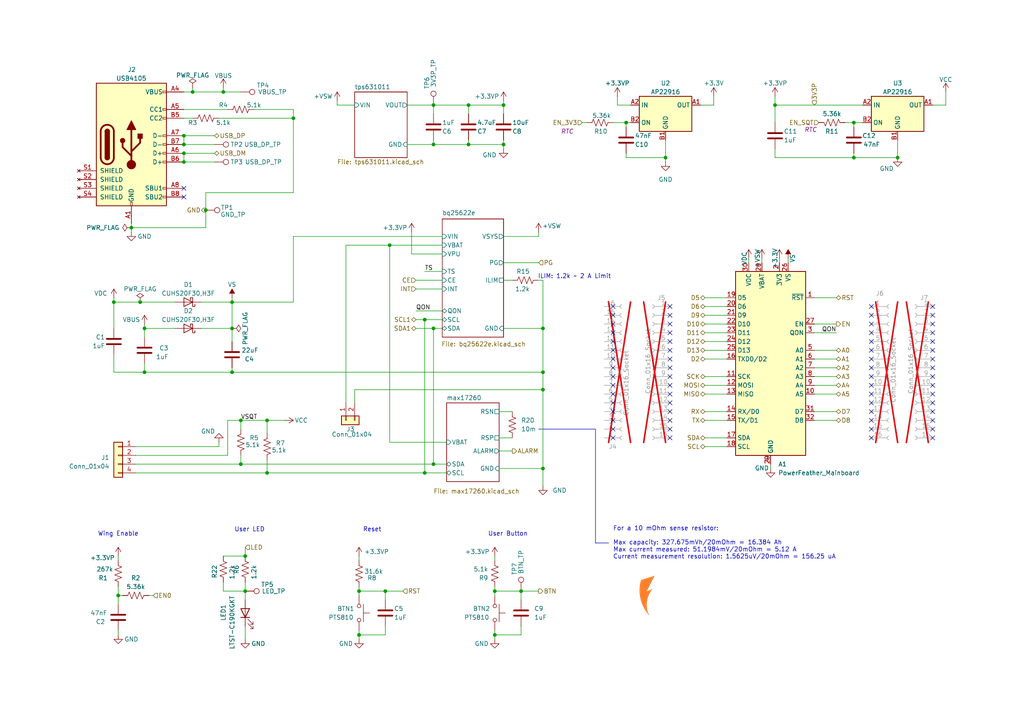
<source format=kicad_sch>
(kicad_sch (version 20231120) (generator "eeschema") (generator_version "8.0")
  (paper "A4")
  (junction (at 59.69 60.96))
  (junction (at 125.73 134.62))
  (junction (at 104.14 184.15))
  (junction (at 69.85 134.62))
  (junction (at 113.03 71.12))
  (junction (at 64.77 26.67))
  (junction (at 247.65 35.56))
  (junction (at 53.34 46.99))
  (junction (at 85.09 34.29))
  (junction (at 34.29 172.72))
  (junction (at 135.89 30.48))
  (junction (at 146.05 30.48))
  (junction (at 41.91 95.25))
  (junction (at 77.47 137.16))
  (junction (at 135.89 41.91))
  (junction (at 77.47 121.92))
  (junction (at 40.64 87.63))
  (junction (at 67.31 87.63))
  (junction (at 123.19 137.16))
  (junction (at 157.48 135.89))
  (junction (at 69.85 121.92))
  (junction (at 123.19 92.71))
  (junction (at 53.34 44.45))
  (junction (at 125.73 95.25))
  (junction (at 157.48 113.03))
  (junction (at 157.48 107.95))
  (junction (at 111.76 171.45))
  (junction (at 193.04 45.72))
  (junction (at 181.61 35.56))
  (junction (at 224.79 30.48))
  (junction (at 143.51 184.15))
  (junction (at 247.65 45.72))
  (junction (at 157.48 95.25))
  (junction (at 55.88 26.67))
  (junction (at 151.13 171.45))
  (junction (at 260.35 45.72))
  (junction (at 125.73 30.48))
  (junction (at 41.91 107.95))
  (junction (at 53.34 39.37))
  (junction (at 33.02 87.63))
  (junction (at 125.73 41.91))
  (junction (at 53.34 41.91))
  (junction (at 38.1 66.04))
  (junction (at 71.12 161.29))
  (junction (at 143.51 171.45))
  (junction (at 67.31 107.95))
  (junction (at 71.12 171.45))
  (junction (at 67.31 95.25))
  (junction (at 146.05 41.91))
  (junction (at 104.14 171.45))
  (no_connect (at 194.31 91.44))
  (no_connect (at 177.8 101.6))
  (no_connect (at 194.31 88.9))
  (no_connect (at 252.73 119.38))
  (no_connect (at 252.73 101.6))
  (no_connect (at 194.31 114.3))
  (no_connect (at 177.8 88.9))
  (no_connect (at 177.8 109.22))
  (no_connect (at 252.73 116.84))
  (no_connect (at 177.8 114.3))
  (no_connect (at 177.8 104.14))
  (no_connect (at 177.8 93.98))
  (no_connect (at 177.8 121.92))
  (no_connect (at 177.8 119.38))
  (no_connect (at 270.51 88.9))
  (no_connect (at 270.51 99.06))
  (no_connect (at 194.31 127))
  (no_connect (at 270.51 116.84))
  (no_connect (at 270.51 124.46))
  (no_connect (at 252.73 121.92))
  (no_connect (at 270.51 96.52))
  (no_connect (at 194.31 104.14))
  (no_connect (at 194.31 96.52))
  (no_connect (at 270.51 91.44))
  (no_connect (at 194.31 124.46))
  (no_connect (at 194.31 106.68))
  (no_connect (at 194.31 121.92))
  (no_connect (at 270.51 101.6))
  (no_connect (at 194.31 111.76))
  (no_connect (at 194.31 116.84))
  (no_connect (at 177.8 111.76))
  (no_connect (at 252.73 106.68))
  (no_connect (at 270.51 106.68))
  (no_connect (at 194.31 109.22))
  (no_connect (at 252.73 88.9))
  (no_connect (at 177.8 99.06))
  (no_connect (at 194.31 119.38))
  (no_connect (at 252.73 93.98))
  (no_connect (at 252.73 91.44))
  (no_connect (at 194.31 99.06))
  (no_connect (at 194.31 93.98))
  (no_connect (at 270.51 109.22))
  (no_connect (at 177.8 116.84))
  (no_connect (at 252.73 114.3))
  (no_connect (at 53.34 54.61))
  (no_connect (at 270.51 104.14))
  (no_connect (at 270.51 127))
  (no_connect (at 177.8 96.52))
  (no_connect (at 53.34 57.15))
  (no_connect (at 270.51 111.76))
  (no_connect (at 270.51 119.38))
  (no_connect (at 177.8 127))
  (no_connect (at 177.8 91.44))
  (no_connect (at 252.73 104.14))
  (no_connect (at 270.51 114.3))
  (no_connect (at 252.73 109.22))
  (no_connect (at 252.73 127))
  (no_connect (at 194.31 101.6))
  (no_connect (at 252.73 96.52))
  (no_connect (at 270.51 121.92))
  (no_connect (at 252.73 124.46))
  (no_connect (at 252.73 99.06))
  (no_connect (at 252.73 111.76))
  (no_connect (at 177.8 124.46))
  (no_connect (at 270.51 93.98))
  (no_connect (at 177.8 106.68))
  (wire (pts (xy 129.54 137.16) (xy 123.19 137.16)))
  (wire (pts (xy 146.05 81.28) (xy 148.59 81.28)))
  (wire (pts (xy 146.05 30.48) (xy 146.05 33.02)))
  (wire (pts (xy 157.48 107.95) (xy 157.48 113.03)))
  (wire (pts (xy 120.65 83.82) (xy 128.27 83.82)))
  (wire (pts (xy 181.61 45.72) (xy 193.04 45.72)))
  (wire (pts (xy 53.34 34.29) (xy 55.88 34.29)))
  (wire (pts (xy 242.57 121.92) (xy 236.22 121.92)))
  (wire (pts (xy 59.69 60.96) (xy 59.69 66.04)))
  (wire (pts (xy 144.78 127) (xy 148.59 127)))
  (wire (pts (xy 100.33 116.84) (xy 100.33 71.12)))
  (wire (pts (xy 38.1 66.04) (xy 38.1 67.31)))
  (wire (pts (xy 66.04 121.92) (xy 69.85 121.92)))
  (wire (pts (xy 69.85 134.62) (xy 125.73 134.62)))
  (wire (pts (xy 67.31 86.36) (xy 67.31 87.63)))
  (wire (pts (xy 104.14 171.45) (xy 104.14 172.72)))
  (wire (pts (xy 242.57 93.98) (xy 236.22 93.98)))
  (wire (pts (xy 181.61 35.56) (xy 181.61 36.83)))
  (wire (pts (xy 242.57 109.22) (xy 236.22 109.22)))
  (wire (pts (xy 181.61 44.45) (xy 181.61 45.72)))
  (wire (pts (xy 104.14 182.88) (xy 104.14 184.15)))
  (wire (pts (xy 146.05 40.64) (xy 146.05 41.91)))
  (wire (pts (xy 146.05 41.91) (xy 146.05 43.18)))
  (wire (pts (xy 33.02 107.95) (xy 41.91 107.95)))
  (wire (pts (xy 34.29 184.15) (xy 34.29 182.88)))
  (wire (pts (xy 58.42 95.25) (xy 67.31 95.25)))
  (wire (pts (xy 41.91 105.41) (xy 41.91 107.95)))
  (wire (pts (xy 179.07 30.48) (xy 182.88 30.48)))
  (wire (pts (xy 223.52 134.62) (xy 223.52 135.89)))
  (wire (pts (xy 77.47 121.92) (xy 69.85 121.92)))
  (wire (pts (xy 34.29 161.29) (xy 34.29 162.56)))
  (wire (pts (xy 224.79 30.48) (xy 224.79 35.56)))
  (wire (pts (xy 67.31 87.63) (xy 67.31 95.25)))
  (wire (pts (xy 104.14 171.45) (xy 111.76 171.45)))
  (wire (pts (xy 247.65 35.56) (xy 247.65 36.83)))
  (wire (pts (xy 226.06 74.93) (xy 226.06 76.2)))
  (wire (pts (xy 224.79 27.94) (xy 224.79 30.48)))
  (wire (pts (xy 119.38 67.31) (xy 119.38 73.66)))
  (wire (pts (xy 204.47 109.22) (xy 210.82 109.22)))
  (wire (pts (xy 151.13 184.15) (xy 143.51 184.15)))
  (wire (pts (xy 38.1 66.04) (xy 38.1 64.77)))
  (wire (pts (xy 193.04 40.64) (xy 193.04 45.72)))
  (wire (pts (xy 67.31 106.68) (xy 67.31 107.95)))
  (wire (pts (xy 120.65 95.25) (xy 125.73 95.25)))
  (wire (pts (xy 71.12 158.75) (xy 71.12 161.29)))
  (wire (pts (xy 193.04 46.99) (xy 193.04 45.72)))
  (wire (pts (xy 224.79 45.72) (xy 247.65 45.72)))
  (wire (pts (xy 67.31 95.25) (xy 67.31 99.06)))
  (wire (pts (xy 67.31 107.95) (xy 157.48 107.95)))
  (wire (pts (xy 242.57 101.6) (xy 236.22 101.6)))
  (wire (pts (xy 53.34 44.45) (xy 62.23 44.45)))
  (wire (pts (xy 34.29 172.72) (xy 35.56 172.72)))
  (wire (pts (xy 104.14 185.42) (xy 104.14 184.15)))
  (wire (pts (xy 77.47 137.16) (xy 39.37 137.16)))
  (wire (pts (xy 102.87 113.03) (xy 157.48 113.03)))
  (wire (pts (xy 242.57 96.52) (xy 236.22 96.52)))
  (wire (pts (xy 64.77 25.4) (xy 64.77 26.67)))
  (wire (pts (xy 204.47 111.76) (xy 210.82 111.76)))
  (wire (pts (xy 43.18 172.72) (xy 44.45 172.72)))
  (wire (pts (xy 204.47 86.36) (xy 210.82 86.36)))
  (wire (pts (xy 64.77 161.29) (xy 71.12 161.29)))
  (wire (pts (xy 204.47 101.6) (xy 210.82 101.6)))
  (polyline (pts (xy 172.72 157.48) (xy 176.53 157.48)))
  (wire (pts (xy 143.51 171.45) (xy 151.13 171.45)))
  (wire (pts (xy 143.51 170.18) (xy 143.51 171.45)))
  (wire (pts (xy 111.76 171.45) (xy 111.76 173.99)))
  (wire (pts (xy 53.34 44.45) (xy 53.34 46.99)))
  (wire (pts (xy 270.51 30.48) (xy 274.32 30.48)))
  (wire (pts (xy 85.09 55.88) (xy 59.69 55.88)))
  (wire (pts (xy 125.73 134.62) (xy 125.73 95.25)))
  (wire (pts (xy 53.34 46.99) (xy 62.23 46.99)))
  (wire (pts (xy 123.19 92.71) (xy 128.27 92.71)))
  (wire (pts (xy 118.11 30.48) (xy 125.73 30.48)))
  (wire (pts (xy 224.79 43.18) (xy 224.79 45.72)))
  (wire (pts (xy 41.91 107.95) (xy 67.31 107.95)))
  (wire (pts (xy 146.05 41.91) (xy 135.89 41.91)))
  (wire (pts (xy 260.35 40.64) (xy 260.35 45.72)))
  (wire (pts (xy 143.51 184.15) (xy 143.51 185.42)))
  (wire (pts (xy 242.57 106.68) (xy 236.22 106.68)))
  (wire (pts (xy 242.57 111.76) (xy 236.22 111.76)))
  (wire (pts (xy 129.54 128.27) (xy 113.03 128.27)))
  (wire (pts (xy 125.73 95.25) (xy 128.27 95.25)))
  (wire (pts (xy 247.65 44.45) (xy 247.65 45.72)))
  (wire (pts (xy 157.48 81.28) (xy 157.48 95.25)))
  (wire (pts (xy 144.78 130.81) (xy 148.59 130.81)))
  (wire (pts (xy 177.8 35.56) (xy 181.61 35.56)))
  (wire (pts (xy 181.61 35.56) (xy 182.88 35.56)))
  (polyline (pts (xy 156.21 124.46) (xy 172.72 124.46)))
  (wire (pts (xy 250.19 35.56) (xy 247.65 35.56)))
  (wire (pts (xy 247.65 45.72) (xy 260.35 45.72)))
  (wire (pts (xy 69.85 124.46) (xy 69.85 121.92)))
  (wire (pts (xy 123.19 78.74) (xy 128.27 78.74)))
  (wire (pts (xy 113.03 71.12) (xy 128.27 71.12)))
  (wire (pts (xy 146.05 95.25) (xy 157.48 95.25)))
  (wire (pts (xy 204.47 127) (xy 210.82 127)))
  (wire (pts (xy 228.6 74.93) (xy 228.6 76.2)))
  (wire (pts (xy 242.57 86.36) (xy 236.22 86.36)))
  (wire (pts (xy 97.79 29.21) (xy 97.79 30.48)))
  (wire (pts (xy 38.1 66.04) (xy 59.69 66.04)))
  (wire (pts (xy 40.64 87.63) (xy 50.8 87.63)))
  (wire (pts (xy 242.57 104.14) (xy 236.22 104.14)))
  (wire (pts (xy 41.91 93.98) (xy 41.91 95.25)))
  (wire (pts (xy 120.65 90.17) (xy 128.27 90.17)))
  (wire (pts (xy 39.37 134.62) (xy 69.85 134.62)))
  (wire (pts (xy 113.03 128.27) (xy 113.03 71.12)))
  (wire (pts (xy 104.14 161.29) (xy 104.14 162.56)))
  (wire (pts (xy 33.02 86.36) (xy 33.02 87.63)))
  (wire (pts (xy 135.89 30.48) (xy 135.89 33.02)))
  (wire (pts (xy 104.14 170.18) (xy 104.14 171.45)))
  (wire (pts (xy 85.09 34.29) (xy 85.09 55.88)))
  (wire (pts (xy 64.77 171.45) (xy 71.12 171.45)))
  (wire (pts (xy 33.02 102.87) (xy 33.02 107.95)))
  (wire (pts (xy 242.57 119.38) (xy 236.22 119.38)))
  (wire (pts (xy 63.5 34.29) (xy 85.09 34.29)))
  (wire (pts (xy 111.76 184.15) (xy 104.14 184.15)))
  (wire (pts (xy 123.19 137.16) (xy 123.19 92.71)))
  (wire (pts (xy 242.57 114.3) (xy 236.22 114.3)))
  (wire (pts (xy 128.27 73.66) (xy 119.38 73.66)))
  (wire (pts (xy 77.47 133.35) (xy 77.47 137.16)))
  (wire (pts (xy 120.65 81.28) (xy 128.27 81.28)))
  (wire (pts (xy 120.65 92.71) (xy 123.19 92.71)))
  (wire (pts (xy 97.79 30.48) (xy 102.87 30.48)))
  (wire (pts (xy 146.05 29.21) (xy 146.05 30.48)))
  (wire (pts (xy 204.47 104.14) (xy 210.82 104.14)))
  (wire (pts (xy 125.73 30.48) (xy 135.89 30.48)))
  (wire (pts (xy 77.47 121.92) (xy 82.55 121.92)))
  (wire (pts (xy 71.12 168.91) (xy 71.12 171.45)))
  (wire (pts (xy 71.12 185.42) (xy 71.12 181.61)))
  (wire (pts (xy 204.47 93.98) (xy 210.82 93.98)))
  (wire (pts (xy 100.33 71.12) (xy 113.03 71.12)))
  (wire (pts (xy 204.47 114.3) (xy 210.82 114.3)))
  (wire (pts (xy 144.78 135.89) (xy 157.48 135.89)))
  (polyline (pts (xy 172.72 124.46) (xy 172.72 157.48)))
  (wire (pts (xy 53.34 39.37) (xy 62.23 39.37)))
  (wire (pts (xy 102.87 113.03) (xy 102.87 116.84)))
  (wire (pts (xy 207.01 30.48) (xy 207.01 27.94)))
  (wire (pts (xy 135.89 41.91) (xy 135.89 40.64)))
  (wire (pts (xy 157.48 135.89) (xy 157.48 140.97)))
  (wire (pts (xy 34.29 172.72) (xy 34.29 175.26)))
  (wire (pts (xy 146.05 76.2) (xy 156.21 76.2)))
  (wire (pts (xy 151.13 171.45) (xy 156.21 171.45)))
  (wire (pts (xy 58.42 87.63) (xy 67.31 87.63)))
  (wire (pts (xy 69.85 134.62) (xy 69.85 132.08)))
  (wire (pts (xy 59.69 55.88) (xy 59.69 60.96)))
  (wire (pts (xy 274.32 26.67) (xy 274.32 30.48)))
  (wire (pts (xy 66.04 132.08) (xy 39.37 132.08)))
  (wire (pts (xy 156.21 81.28) (xy 157.48 81.28)))
  (wire (pts (xy 247.65 35.56) (xy 245.11 35.56)))
  (wire (pts (xy 125.73 40.64) (xy 125.73 41.91)))
  (wire (pts (xy 118.11 41.91) (xy 125.73 41.91)))
  (wire (pts (xy 111.76 171.45) (xy 116.84 171.45)))
  (wire (pts (xy 55.88 25.4) (xy 55.88 26.67)))
  (wire (pts (xy 204.47 91.44) (xy 210.82 91.44)))
  (wire (pts (xy 55.88 26.67) (xy 64.77 26.67)))
  (wire (pts (xy 34.29 170.18) (xy 34.29 172.72)))
  (wire (pts (xy 66.04 132.08) (xy 66.04 121.92)))
  (wire (pts (xy 53.34 39.37) (xy 53.34 41.91)))
  (wire (pts (xy 53.34 31.75) (xy 66.04 31.75)))
  (wire (pts (xy 53.34 41.91) (xy 62.23 41.91)))
  (wire (pts (xy 64.77 168.91) (xy 64.77 171.45)))
  (wire (pts (xy 220.98 74.93) (xy 220.98 76.2)))
  (wire (pts (xy 143.51 171.45) (xy 143.51 172.72)))
  (wire (pts (xy 77.47 125.73) (xy 77.47 121.92)))
  (wire (pts (xy 146.05 30.48) (xy 135.89 30.48)))
  (wire (pts (xy 144.78 119.38) (xy 148.59 119.38)))
  (wire (pts (xy 125.73 30.48) (xy 125.73 33.02)))
  (wire (pts (xy 203.2 30.48) (xy 207.01 30.48)))
  (wire (pts (xy 73.66 31.75) (xy 85.09 31.75)))
  (wire (pts (xy 204.47 99.06) (xy 210.82 99.06)))
  (wire (pts (xy 146.05 68.58) (xy 156.21 68.58)))
  (wire (pts (xy 204.47 96.52) (xy 210.82 96.52)))
  (wire (pts (xy 77.47 137.16) (xy 123.19 137.16)))
  (wire (pts (xy 204.47 119.38) (xy 210.82 119.38)))
  (wire (pts (xy 63.5 129.54) (xy 39.37 129.54)))
  (wire (pts (xy 217.17 74.93) (xy 217.17 76.2)))
  (wire (pts (xy 111.76 181.61) (xy 111.76 184.15)))
  (wire (pts (xy 71.12 171.45) (xy 71.12 173.99)))
  (wire (pts (xy 53.34 26.67) (xy 55.88 26.67)))
  (wire (pts (xy 179.07 30.48) (xy 179.07 27.94)))
  (wire (pts (xy 41.91 95.25) (xy 41.91 97.79)))
  (wire (pts (xy 33.02 87.63) (xy 33.02 95.25)))
  (wire (pts (xy 64.77 26.67) (xy 69.85 26.67)))
  (wire (pts (xy 151.13 171.45) (xy 151.13 173.99)))
  (wire (pts (xy 157.48 113.03) (xy 157.48 135.89)))
  (wire (pts (xy 85.09 87.63) (xy 67.31 87.63)))
  (wire (pts (xy 63.5 129.54) (xy 63.5 128.27)))
  (wire (pts (xy 143.51 161.29) (xy 143.51 162.56)))
  (wire (pts (xy 129.54 134.62) (xy 125.73 134.62)))
  (wire (pts (xy 168.91 35.56) (xy 170.18 35.56)))
  (wire (pts (xy 125.73 41.91) (xy 135.89 41.91)))
  (wire (pts (xy 204.47 88.9) (xy 210.82 88.9)))
  (wire (pts (xy 156.21 67.31) (xy 156.21 68.58)))
  (wire (pts (xy 41.91 95.25) (xy 50.8 95.25)))
  (wire (pts (xy 151.13 181.61) (xy 151.13 184.15)))
  (wire (pts (xy 157.48 95.25) (xy 157.48 107.95)))
  (wire (pts (xy 204.47 129.54) (xy 210.82 129.54)))
  (wire (pts (xy 204.47 121.92) (xy 210.82 121.92)))
  (wire (pts (xy 143.51 182.88) (xy 143.51 184.15)))
  (wire (pts (xy 85.09 68.58) (xy 85.09 87.63)))
  (wire (pts (xy 85.09 31.75) (xy 85.09 34.29)))
  (wire (pts (xy 250.19 30.48) (xy 224.79 30.48)))
  (wire (pts (xy 33.02 87.63) (xy 40.64 87.63)))
  (wire (pts (xy 85.09 68.58) (xy 128.27 68.58)))
  (image (at 187.96 172.72) (scale 0.0917897))
  (text "For a 10 mOhm sense resistor:\n\nMax capacity: 327.675mVh/20mOhm = 16.384 Ah\nMax current measured: 51.1984mV/20mOhm = 5.12 A\nCurrent measurement resolution: 1.5625uV/20mOhm = 156.25 uA" (at 177.8 157.48 0) (effects (font (size 1.27 1.27)) (justify left)))
  (text "Reset" (at 107.95 153.67 0) (effects (font (size 1.27 1.27))))
  (text "Wing Enable" (at 34.29 154.94 0) (effects (font (size 1.27 1.27))))
  (text "User LED" (at 72.39 153.67 0) (effects (font (size 1.27 1.27))))
  (text "User Button" (at 147.32 154.94 0) (effects (font (size 1.27 1.27))))
  (text "ILIM: 1.2k ~ 2 A Limit" (at 166.624 80.264 0) (effects (font (size 1.27 1.27))))
  (label "QON" (at 242.57 96.52 180))
  (label "VSQT" (at 69.85 121.92 0))
  (label "QON" (at 120.65 90.17 0))
  (label "TS" (at 123.19 78.74 0))
  (hierarchical_label "SCL" (shape bidirectional) (at 204.47 129.54 180))
  (hierarchical_label "SCL1" (shape bidirectional) (at 120.65 92.71 180))
  (hierarchical_label "EN0" (shape input) (at 44.45 172.72 0))
  (hierarchical_label "MOSI" (shape bidirectional) (at 204.47 111.76 180))
  (hierarchical_label "A5" (shape bidirectional) (at 242.57 114.3 0))
  (hierarchical_label "TX" (shape bidirectional) (at 204.47 121.92 180))
  (hierarchical_label "D9" (shape bidirectional) (at 204.47 91.44 180))
  (hierarchical_label "INT" (shape input) (at 120.65 83.82 180))
  (hierarchical_label "EN_SQT" (shape input) (at 237.49 35.56 180) (property "Comment" "RTC" (at 236.982 37.592 0) (effects (font (italic yes)) (justify right))))
  (hierarchical_label "ALARM" (shape output) (at 148.59 130.81 0))
  (hierarchical_label "D2" (shape bidirectional) (at 204.47 104.14 180))
  (hierarchical_label "SCK" (shape bidirectional) (at 204.47 109.22 180))
  (hierarchical_label "D7" (shape bidirectional) (at 242.57 119.38 0))
  (hierarchical_label "BTN" (shape output) (at 156.21 171.45 0))
  (hierarchical_label "SDA1" (shape bidirectional) (at 120.65 95.25 180))
  (hierarchical_label "A4" (shape bidirectional) (at 242.57 111.76 0))
  (hierarchical_label "A2" (shape bidirectional) (at 242.57 106.68 0))
  (hierarchical_label "RST" (shape bidirectional) (at 242.57 86.36 0))
  (hierarchical_label "3V3P" (shape input) (at 236.22 30.48 90))
  (hierarchical_label "A3" (shape bidirectional) (at 242.57 109.22 0))
  (hierarchical_label "SDA" (shape bidirectional) (at 204.47 127 180))
  (hierarchical_label "A0" (shape bidirectional) (at 242.57 101.6 0))
  (hierarchical_label "EN" (shape output) (at 242.57 93.98 0))
  (hierarchical_label "D10" (shape bidirectional) (at 204.47 93.98 180))
  (hierarchical_label "MISO" (shape bidirectional) (at 204.47 114.3 180))
  (hierarchical_label "USB_DM" (shape bidirectional) (at 62.23 44.45 0))
  (hierarchical_label "RST" (shape input) (at 116.84 171.45 0))
  (hierarchical_label "D13" (shape bidirectional) (at 204.47 101.6 180))
  (hierarchical_label "A1" (shape bidirectional) (at 242.57 104.14 0))
  (hierarchical_label "CE" (shape input) (at 120.65 81.28 180))
  (hierarchical_label "D11" (shape bidirectional) (at 204.47 96.52 180))
  (hierarchical_label "USB_DP" (shape bidirectional) (at 62.23 39.37 0))
  (hierarchical_label "D8" (shape bidirectional) (at 242.57 121.92 0))
  (hierarchical_label "D12" (shape bidirectional) (at 204.47 99.06 180))
  (hierarchical_label "LED" (shape input) (at 71.12 158.75 0))
  (hierarchical_label "GND" (shape output) (at 59.69 60.96 180))
  (hierarchical_label "EN_3V3" (shape input) (at 168.91 35.56 180) (property "Comment" "RTC" (at 166.37 38.1 0) (effects (font (italic yes)) (justify right))))
  (hierarchical_label "D5" (shape bidirectional) (at 204.47 86.36 180))
  (hierarchical_label "PG" (shape input) (at 156.21 76.2 0))
  (hierarchical_label "RX" (shape bidirectional) (at 204.47 119.38 180))
  (hierarchical_label "D6" (shape bidirectional) (at 204.47 88.9 180))
  (symbol (lib_id "power:PWR_FLAG") (at 67.31 95.25 270) (unit 1)
    (property "Reference" "#FLG04" (effects (hide yes)))
    (property "Value" "PWR_FLAG" (at 71.12 95.25 0))
  )
  (symbol (lib_id "Device:R_US") (at 173.99 35.56 90) (unit 1)
    (property "Reference" "R10" (at 174.244 38.1 90))
    (property "Value" "5.36k" (at 174.498 33.528 90))
    (property "Footprint" "Resistor_SMD:R_0402_1005Metric" (effects (hide yes)))
    (property "Datasheet" "https://www.mouser.ph/datasheet/2/447/PYu_RT_1_to_0_01_RoHS_L_12-3003070.pdf" (effects (hide yes)))
    (property "MPN" "603-RT0402BRD075K36L" (effects (hide yes)))
  )
  (symbol (lib_id "power:PWR_FLAG") (at 55.88 25.4 0) (unit 1)
    (property "Reference" "#FLG03" (effects (hide yes)))
    (property "Value" "PWR_FLAG" (at 55.88 21.844 0))
  )
  (symbol (lib_id "power:GND") (at 223.52 135.89 0) (unit 1)
    (property "Reference" "#PWR026" (effects (hide yes)))
    (property "Value" "GND" (at 220.98 135.763 0))
  )
  (symbol (lib_id "power:GND") (at 71.12 185.42 0) (unit 1)
    (property "Reference" "#PWR09" (effects (hide yes)))
    (property "Value" "GND" (at 74.93 186.69 0))
  )
  (symbol (lib_id "Device:R_US") (at 39.37 172.72 90) (unit 1)
    (property "Reference" "R2" (at 39.37 167.64 90))
    (property "Value" "5.36k" (at 39.37 170.18 90))
    (property "Footprint" "Resistor_SMD:R_0402_1005Metric" (effects (hide yes)))
    (property "Datasheet" "https://www.mouser.ph/datasheet/2/447/PYu_RT_1_to_0_01_RoHS_L_12-3003070.pdf" (effects (hide yes)))
    (property "MPN" "603-RT0402BRD075K36L" (effects (hide yes)))
  )
  (symbol (lib_id "power:VCC") (at 82.55 121.92 270) (unit 1)
    (property "Reference" "#PWR010" (effects (hide yes)))
    (property "Value" "VCC" (at 87.376 121.92 90))
    (property "Description" "Power symbol creates a global label with name \"VCC\"" (effects (hide yes)))
  )
  (symbol (lib_id "Device:R_US") (at 69.85 31.75 90) (unit 1)
    (property "Reference" "R4" (at 64.77 30.48 90))
    (property "Value" "5.1k" (at 73.66 30.48 90))
    (property "Footprint" "Resistor_SMD:R_0402_1005Metric" (effects (hide yes)))
    (property "Datasheet" "https://www.mouser.ph/datasheet/2/447/PYu_RT_1_to_0_01_RoHS_L_12-3003070.pdf" (effects (hide yes)))
    (property "MPN" "603-AC0402FR-075K1L" (effects (hide yes)))
  )
  (symbol (lib_id "power:VS") (at 67.31 86.36 0) (unit 1)
    (property "Reference" "#PWR08" (effects (hide yes)))
    (property "Value" "VS" (at 67.31 82.55 0))
  )
  (symbol (lib_id "Diode:PMEG3020ER") (at 54.61 87.63 180) (unit 1)
    (property "Reference" "D1" (at 54.61 82.55 0))
    (property "Value" "CUHS20F30,H3F" (at 54.61 85.09 0))
    (property "Footprint" "PowerFeather:US2H" (effects (hide yes)))
    (property "Datasheet" "https://www.mouser.ph/datasheet/2/408/CUHS20F30_datasheet_en_20190920-1505230.pdf" (effects (hide yes)))
    (property "MPN" "757-CUHS20F30H3F" (effects (hide yes)))
  )
  (symbol (lib_name "+3.3VP_1") (lib_id "power:+3.3VP") (at 179.07 27.94 0) (unit 1)
    (property "Reference" "#PWR021" (effects (hide yes)))
    (property "Value" "+3.3VP" (at 179.07 24.13 0))
    (property "Description" "Power symbol creates a global label with name \"+3.3VP\"" (effects (hide yes)))
  )
  (symbol (lib_id "power:VBUS") (at 64.77 25.4 0) (unit 1)
    (property "Reference" "#PWR07" (effects (hide yes)))
    (property "Value" "VBUS" (at 64.77 21.971 0))
  )
  (symbol (lib_id "Switch:SW_Push") (at 143.51 177.8 270) (unit 1)
    (property "Reference" "BTN2" (at 137.16 176.53 90) (effects (justify left)))
    (property "Value" "PTS810" (at 134.62 179.07 90) (effects (justify left)))
    (property "Footprint" "Button_Switch_SMD:SW_SPST_PTS810" (effects (hide yes)))
    (property "Datasheet" "https://www.mouser.ph/datasheet/2/240/pts810-3050339.pdf" (effects (hide yes)))
    (property "MPN" "611-PTS810SJM250SMTR" (effects (hide yes)))
  )
  (symbol (lib_id "Device:C") (at 67.31 102.87 0) (unit 1)
    (property "Reference" "C4" (at 73.66 104.14 0) (effects (justify right)))
    (property "Value" "22uF" (at 74.93 101.6 0) (effects (justify right)))
    (property "Footprint" "Capacitor_SMD:C_0805_2012Metric" (effects (hide yes)))
    (property "Datasheet" "https://www.mouser.com/datasheet/2/585/MLCC-1837944.pdf" (effects (hide yes)))
    (property "Comment" "25V, X5R" (effects (hide yes)))
    (property "MPN" "187-CL21A226MAYNNNE" (effects (hide yes)))
  )
  (symbol (lib_id "power:+3.3VP") (at 224.79 27.94 0) (mirror y) (unit 1)
    (property "Reference" "#PWR027" (effects (hide yes)))
    (property "Value" "+3.3VP" (at 224.79 24.13 0))
  )
  (symbol (lib_id "power:+VSW") (at 97.79 29.21 0) (unit 1)
    (property "Reference" "#PWR011" (effects (hide yes)))
    (property "Value" "+VSW" (at 93.726 27.94 0))
  )
  (symbol (lib_id "Switch:SW_Push") (at 104.14 177.8 270) (unit 1)
    (property "Reference" "BTN1" (at 97.79 176.53 90) (effects (justify left)))
    (property "Value" "PTS810" (at 95.25 179.07 90) (effects (justify left)))
    (property "Footprint" "Button_Switch_SMD:SW_SPST_PTS810" (effects (hide yes)))
    (property "Datasheet" "https://www.mouser.ph/datasheet/2/240/pts810-3050339.pdf" (effects (hide yes)))
    (property "MPN" "611-PTS810SJM250SMTR" (effects (hide yes)))
  )
  (symbol (lib_name "GND_1") (lib_id "power:GND") (at 193.04 46.99 0) (unit 1)
    (property "Reference" "#PWR022" (effects (hide yes)))
    (property "Value" "GND" (at 193.04 52.07 0))
    (property "Description" "Power symbol creates a global label with name \"GND\" , ground" (effects (hide yes)))
  )
  (symbol (lib_id "Connector:TestPoint") (at 62.23 46.99 270) (unit 1) (in_bom no)
    (property "Reference" "TP3" (at 70.485 46.99 90) (effects (justify right)))
    (property "Value" "USB_DP_TP" (at 81.788 46.99 90) (effects (justify right)))
    (property "Footprint" "PowerFeather:TestPoint_Pad_D1.0mm" (effects (hide yes)))
    (property "MPN" "-" (effects (hide yes)))
  )
  (symbol (lib_id "Device:R_US") (at 77.47 129.54 0) (mirror y) (unit 1)
    (property "Reference" "R7" (at 82.677 128.524 0) (effects (justify left)))
    (property "Value" "5.1k" (at 83.058 130.556 0) (effects (justify left)))
    (property "Footprint" "Resistor_SMD:R_0402_1005Metric" (effects (hide yes)))
    (property "Datasheet" "https://www.mouser.ph/datasheet/2/447/PYu_RT_1_to_0_01_RoHS_L_12-3003070.pdf" (effects (hide yes)))
    (property "MPN" "603-AC0402FR-075K1L" (effects (hide yes)))
  )
  (symbol (lib_id "power:+VSW") (at 220.98 74.93 0) (unit 1)
    (property "Reference" "#PWR025" (effects (hide yes)))
    (property "Value" "+VSW" (at 219.71 74.93 90))
  )
  (symbol (lib_id "power:PWR_FLAG") (at 40.64 87.63 0) (unit 1)
    (property "Reference" "#FLG02" (effects (hide yes)))
    (property "Value" "PWR_FLAG" (at 40.64 83.82 0))
  )
  (symbol (lib_id "Device:C") (at 111.76 177.8 180) (unit 1)
    (property "Reference" "C5" (at 114.3 176.53 0) (effects (justify right)))
    (property "Value" "1uF" (at 114.3 179.07 0) (effects (justify right)))
    (property "Footprint" "Capacitor_SMD:C_0402_1005Metric" (effects (hide yes)))
    (property "Datasheet" "https://www.mouser.ph/datasheet/2/281/1/GRM155R61E105MA12_01A-1983855.pdf" (effects (hide yes)))
    (property "Comment" "25V, X5R" (effects (hide yes)))
    (property "MPN" "81-GRM155R61E105MA2J" (effects (hide yes)))
  )
  (symbol (lib_id "Device:LED") (at 71.12 177.8 90) (unit 1)
    (property "Reference" "LED1" (at 64.77 175.26 0) (effects (justify right)))
    (property "Value" "LTST-C190KGKT" (at 67.31 172.72 0) (effects (justify right)))
    (property "Footprint" "PowerFeather:LED_0603_1608Metric" (effects (hide yes)))
    (property "Datasheet" "https://www.mouser.ph/datasheet/2/239/LTST_C190KGKT-1141861.pdf" (effects (hide yes)))
    (property "MPN" "859-LTST-C190KGKT" (effects (hide yes)))
  )
  (symbol (lib_id "Device:C") (at 151.13 177.8 180) (unit 1)
    (property "Reference" "C9" (at 154.94 176.53 0) (effects (justify right)))
    (property "Value" "1uF" (at 154.94 179.07 0) (effects (justify right)))
    (property "Footprint" "Capacitor_SMD:C_0402_1005Metric" (effects (hide yes)))
    (property "Datasheet" "https://www.mouser.ph/datasheet/2/281/1/GRM155R61E105MA12_01A-1983855.pdf" (effects (hide yes)))
    (property "Comment" "25V, X5R" (effects (hide yes)))
    (property "MPN" "81-GRM155R61E105MA2J" (effects (hide yes)))
  )
  (symbol (lib_id "Connector:Conn_01x16_Socket") (at 189.23 106.68 0) (mirror y) (unit 1) (in_bom no) (on_board no) (dnp yes)
    (property "Reference" "J5" (at 193.04 86.36 0) (effects (justify left)))
    (property "Value" "Conn_01x16_Socket" (at 187.96 114.3 90) (effects (justify left)))
    (property "Footprint" "Connector_PinHeader_2.54mm:PinHeader_1x16_P2.54mm_Vertical" (effects (hide yes)))
    (property "Datasheet" "https://cdn.amphenol-cs.com/media/wysiwyg/files/documentation/datasheet/boardwiretoboard/bwb_econostik_254headers.pdf" (effects (hide yes)))
    (property "MPN" "649-1012937891601BLF" (effects (hide yes)))
  )
  (symbol (lib_id "power:GND") (at 34.29 184.15 0) (unit 1)
    (property "Reference" "#PWR03" (effects (hide yes)))
    (property "Value" "GND" (at 38.1 185.42 0))
  )
  (symbol (lib_id "PowerFeather:AP22916") (at 260.35 33.02 0) (unit 1)
    (property "Reference" "U3" (at 260.35 24.13 0))
    (property "Value" "AP22916" (at 260.35 26.67 0))
    (property "Footprint" "PowerFeather:APS22916" (effects (hide yes)))
    (property "Datasheet" "https://www.diodes.com/assets/Datasheets/AP22913.pdf" (effects (hide yes)))
    (property "MPN" "621-AP22916DCA4-7" (effects (hide yes)))
  )
  (symbol (lib_id "Connector:TestPoint") (at 69.85 26.67 270) (unit 1) (in_bom no)
    (property "Reference" "TP4" (at 78.105 24.765 90) (effects (justify right)))
    (property "Value" "VBUS_TP" (at 83.185 26.67 90) (effects (justify right)))
    (property "Footprint" "PowerFeather:TestPoint_Pad_D1.0mm" (effects (hide yes)))
    (property "MPN" "-" (effects (hide yes)))
  )
  (symbol (lib_id "Device:C") (at 181.61 40.64 180) (unit 1)
    (property "Reference" "C10" (at 184.15 41.91 0) (effects (justify right)))
    (property "Value" "47nF" (at 184.15 39.37 0) (effects (justify right)))
    (property "Footprint" "Capacitor_SMD:C_0402_1005Metric" (effects (hide yes)))
    (property "Datasheet" "https://www.mouser.ph/datasheet/2/210/WTC_MLCC_General_Purpose-1534899.pdf" (effects (hide yes)))
    (property "Comment" "25V,  X7R" (effects (hide yes)))
    (property "MPN" "791-0402B473K250CT" (effects (hide yes)))
  )
  (symbol (lib_id "Connector:Conn_01x16_Socket") (at 265.43 106.68 0) (mirror y) (unit 1) (in_bom no) (on_board no) (dnp yes)
    (property "Reference" "J7" (at 269.24 86.36 0) (effects (justify left)))
    (property "Value" "Conn_01x16_Socket" (at 264.16 114.3 90) (effects (justify left)))
    (property "Footprint" "Connector_PinHeader_2.54mm:PinHeader_1x16_P2.54mm_Vertical" (effects (hide yes)))
    (property "Datasheet" "https://www.we-online.com/catalog/datasheet/61301611821.pdf" (effects (hide yes)))
    (property "MPN" "710-61301611821" (effects (hide yes)))
  )
  (symbol (lib_id "power:+3.3VP") (at 34.29 161.29 0) (unit 1)
    (property "Reference" "#PWR02" (effects (hide yes)))
    (property "Value" "+3.3VP" (at 29.718 161.798 0))
  )
  (symbol (lib_id "Connector:TestPoint") (at 62.23 41.91 270) (unit 1) (in_bom no)
    (property "Reference" "TP2" (at 70.485 41.91 90) (effects (justify right)))
    (property "Value" "USB_DP_TP" (at 81.534 41.91 90) (effects (justify right)))
    (property "Footprint" "PowerFeather:TestPoint_Pad_D1.0mm" (effects (hide yes)))
    (property "MPN" "-" (effects (hide yes)))
  )
  (symbol (lib_id "Device:C") (at 34.29 179.07 0) (unit 1)
    (property "Reference" "C2" (at 30.48 180.34 0) (effects (justify right)))
    (property "Value" "47nF" (at 31.115 177.8 0) (effects (justify right)))
    (property "Footprint" "Capacitor_SMD:C_0402_1005Metric" (effects (hide yes)))
    (property "Datasheet" "https://www.mouser.ph/datasheet/2/210/WTC_MLCC_General_Purpose-1534899.pdf" (effects (hide yes)))
    (property "Comment" "25V,  X7R" (effects (hide yes)))
    (property "MPN" "791-0402B473K250CT" (effects (hide yes)))
  )
  (symbol (lib_id "power:GND") (at 38.1 67.31 0) (unit 1)
    (property "Reference" "#PWR04" (effects (hide yes)))
    (property "Value" "GND" (at 41.91 68.58 0))
  )
  (symbol (lib_id "power:+3.3VP") (at 146.05 29.21 0) (mirror y) (unit 1)
    (property "Reference" "#PWR017" (effects (hide yes)))
    (property "Value" "+3.3VP" (at 141.224 27.94 0))
  )
  (symbol (lib_id "power:+3.3V") (at 207.01 27.94 0) (unit 1)
    (property "Reference" "#PWR023" (effects (hide yes)))
    (property "Value" "+3.3V" (at 207.01 24.13 0))
  )
  (symbol (lib_id "power:GND") (at 63.5 128.27 0) (mirror x) (unit 1)
    (property "Reference" "#PWR06" (effects (hide yes)))
    (property "Value" "GND" (at 60.325 125.095 0))
  )
  (symbol (lib_id "Diode:PMEG3020ER") (at 54.61 95.25 180) (unit 1)
    (property "Reference" "D2" (at 54.61 90.17 0))
    (property "Value" "CUHS20F30,H3F" (at 54.61 92.71 0))
    (property "Footprint" "PowerFeather:US2H" (effects (hide yes)))
    (property "Datasheet" "https://www.mouser.ph/datasheet/2/408/CUHS20F30_datasheet_en_20190920-1505230.pdf" (effects (hide yes)))
    (property "MPN" "757-CUHS20F30H3F" (effects (hide yes)))
  )
  (symbol (lib_id "power:VCC") (at 274.32 26.67 0) (unit 1)
    (property "Reference" "#PWR031" (effects (hide yes)))
    (property "Value" "VCC" (at 274.32 23.114 0))
    (property "Description" "Power symbol creates a global label with name \"VCC\"" (effects (hide yes)))
  )
  (symbol (lib_id "power:VDC") (at 33.02 86.36 0) (unit 1)
    (property "Reference" "#PWR01" (effects (hide yes)))
    (property "Value" "VDC" (at 29.21 85.09 0))
  )
  (symbol (lib_id "Connector:TestPoint") (at 125.73 30.48 0) (unit 1) (in_bom no)
    (property "Reference" "TP6" (at 123.825 22.225 90) (effects (justify right)))
    (property "Value" "3V3P_TP" (at 125.73 17.145 90) (effects (justify right)))
    (property "Footprint" "PowerFeather:TestPoint_Pad_D1.0mm" (effects (hide yes)))
    (property "MPN" "-" (effects (hide yes)))
  )
  (symbol (lib_id "Device:R_US") (at 143.51 166.37 180) (unit 1)
    (property "Reference" "R9" (at 141.605 167.64 0) (effects (justify left)))
    (property "Value" "5.1k" (at 141.605 165.1 0) (effects (justify left)))
    (property "Footprint" "Resistor_SMD:R_0402_1005Metric" (effects (hide yes)))
    (property "Datasheet" "https://www.mouser.ph/datasheet/2/447/PYu_RT_1_to_0_01_RoHS_L_12-3003070.pdf" (effects (hide yes)))
    (property "MPN" "603-AC0402FR-075K1L" (effects (hide yes)))
  )
  (symbol (lib_id "power:+VSW") (at 156.21 67.31 0) (unit 1)
    (property "Reference" "#PWR019" (effects (hide yes)))
    (property "Value" "+VSW" (at 160.02 65.532 0))
  )
  (symbol (lib_id "power:VDC") (at 217.17 74.93 0) (unit 1)
    (property "Reference" "#PWR024" (effects (hide yes)))
    (property "Value" "VDC" (at 215.9 74.93 90))
  )
  (symbol (lib_id "Connector:TestPoint") (at 59.69 60.96 270) (unit 1) (in_bom no)
    (property "Reference" "TP1" (at 67.691 60.198 90) (effects (justify right)))
    (property "Value" "GND_TP" (at 71.247 62.23 90) (effects (justify right)))
    (property "Footprint" "PowerFeather:TestPoint_Pad_D1.0mm" (effects (hide yes)))
    (property "MPN" "-" (effects (hide yes)))
  )
  (symbol (lib_id "power:VBUS") (at 41.91 93.98 0) (unit 1)
    (property "Reference" "#PWR05" (effects (hide yes)))
    (property "Value" "VBUS" (at 38.1 92.71 0))
  )
  (symbol (lib_id "Device:R_US") (at 152.4 81.28 90) (unit 1)
    (property "Reference" "R15" (at 153.67 78.74 90) (effects (justify left)))
    (property "Value" "1.2k" (at 153.67 83.82 90) (effects (justify left)))
    (property "Footprint" "Resistor_SMD:R_0402_1005Metric" (effects (hide yes)))
  )
  (symbol (lib_id "Connector:TestPoint") (at 71.12 171.45 270) (unit 1) (in_bom no)
    (property "Reference" "TP5" (at 79.375 169.545 90) (effects (justify right)))
    (property "Value" "LED_TP" (at 82.804 171.45 90) (effects (justify right)))
    (property "Footprint" "PowerFeather:TestPoint_Pad_D1.0mm" (effects (hide yes)))
    (property "MPN" "-" (effects (hide yes)))
  )
  (symbol (lib_id "Device:R_US") (at 34.29 166.37 0) (unit 1)
    (property "Reference" "R1" (at 28.575 167.64 0) (effects (justify left)))
    (property "Value" "267k" (at 27.94 165.1 0) (effects (justify left)))
    (property "Footprint" "Resistor_SMD:R_0402_1005Metric" (effects (hide yes)))
    (property "Datasheet" "https://www.mouser.ph/datasheet/2/447/PYu_AC_51_RoHS_L_9-3005297.pdf" (effects (hide yes)))
    (property "MPN" "603-AC0402FR-07267KL" (effects (hide yes)))
  )
  (symbol (lib_id "Device:R_US") (at 104.14 166.37 180) (unit 1)
    (property "Reference" "R8" (at 109.22 167.64 0) (effects (justify left)))
    (property "Value" "31.6k" (at 111.125 165.735 0) (effects (justify left)))
    (property "Footprint" "Resistor_SMD:R_0402_1005Metric" (effects (hide yes)))
    (property "Datasheet" "https://www.mouser.ph/datasheet/2/447/PYu_RT_1_to_0_01_RoHS_L_12-3003070.pdf" (effects (hide yes)))
    (property "MPN" "603-RT0402BRD0731K6L" (effects (hide yes)))
  )
  (symbol (lib_id "power:GND") (at 146.05 43.18 0) (mirror y) (unit 1)
    (property "Reference" "#PWR018" (effects (hide yes)))
    (property "Value" "GND" (at 141.986 44.958 0))
  )
  (symbol (lib_id "power:VS") (at 228.6 74.93 0) (unit 1)
    (property "Reference" "#PWR029" (effects (hide yes)))
    (property "Value" "VS" (at 229.87 74.93 90))
  )
  (symbol (lib_id "Device:R_US") (at 71.12 165.1 180) (unit 1)
    (property "Reference" "R6" (at 68.58 163.83 90) (effects (justify left)))
    (property "Value" "1.2k" (at 73.66 163.83 90) (effects (justify left)))
    (property "Footprint" "Resistor_SMD:R_0402_1005Metric" (effects (hide yes)))
  )
  (symbol (lib_id "Device:R_US") (at 69.85 128.27 0) (mirror y) (unit 1)
    (property "Reference" "R5" (at 75.057 127 0) (effects (justify left)))
    (property "Value" "5.1k" (at 75.438 129.032 0) (effects (justify left)))
    (property "Footprint" "Resistor_SMD:R_0402_1005Metric" (effects (hide yes)))
    (property "Datasheet" "https://www.mouser.ph/datasheet/2/447/PYu_RT_1_to_0_01_RoHS_L_12-3003070.pdf" (effects (hide yes)))
    (property "MPN" "603-AC0402FR-075K1L" (effects (hide yes)))
  )
  (symbol (lib_id "Connector:TestPoint") (at 151.13 171.45 0) (unit 1) (in_bom no)
    (property "Reference" "TP7" (at 149.225 163.195 90) (effects (justify right)))
    (property "Value" "BTN_TP" (at 151.13 159.512 90) (effects (justify right)))
    (property "Footprint" "PowerFeather:TestPoint_Pad_D1.0mm" (effects (hide yes)))
    (property "MPN" "-" (effects (hide yes)))
  )
  (symbol (lib_id "Connector_Generic:Conn_01x04") (at 34.29 132.08 0) (mirror y) (unit 1)
    (property "Reference" "J1" (at 31.75 132.715 0) (effects (justify left)))
    (property "Value" "Conn_01x04" (at 31.75 135.255 0) (effects (justify left)))
    (property "Footprint" "Connector_JST:JST_SH_BM04B-SRSS-TB_1x04-1MP_P1.00mm_Vertical" (effects (hide yes)))
    (property "Datasheet" "https://www.jst-mfg.com/product/pdf/eng/eSH.pdf" (effects (hide yes)))
    (property "MPN" "455-1790-6-ND" (effects (hide yes)))
  )
  (symbol (lib_id "Device:R_US") (at 64.77 165.1 180) (unit 1)
    (property "Reference" "R22" (at 62.23 163.83 90) (effects (justify left)))
    (property "Value" "1.2k" (at 67.31 163.83 90) (effects (justify left)))
    (property "Footprint" "Resistor_SMD:R_0402_1005Metric" (effects (hide yes)))
  )
  (symbol (lib_id "Device:R_US") (at 241.3 35.56 270) (mirror x) (unit 1)
    (property "Reference" "R11" (at 241.3 38.1 90))
    (property "Value" "5.36k" (at 241.3 33.02 90))
    (property "Footprint" "Resistor_SMD:R_0402_1005Metric" (effects (hide yes)))
    (property "Datasheet" "https://www.mouser.ph/datasheet/2/447/PYu_RT_1_to_0_01_RoHS_L_12-3003070.pdf" (effects (hide yes)))
    (property "MPN" "603-RT0402BRD075K36L" (effects (hide yes)))
  )
  (symbol (lib_id "Connector:Conn_01x16_Socket") (at 257.81 106.68 0) (unit 1) (in_bom no) (on_board no) (dnp yes)
    (property "Reference" "J6" (at 254 85.09 0) (effects (justify left)))
    (property "Value" "Conn_01x16_Socket" (at 259.08 116.84 90) (effects (justify left)))
    (property "Footprint" "Connector_PinHeader_2.54mm:PinHeader_1x16_P2.54mm_Vertical" (effects (hide yes)))
    (property "Datasheet" "https://cdn.amphenol-cs.com/media/wysiwyg/files/documentation/datasheet/boardwiretoboard/bwb_econostik_254headers.pdf" (effects (hide yes)))
    (property "MPN" "649-1012937891601BLF" (effects (hide yes)))
  )
  (symbol (lib_id "power:PWR_FLAG") (at 38.1 66.04 90) (unit 1)
    (property "Reference" "#FLG01" (effects (hide yes)))
    (property "Value" "PWR_FLAG" (at 29.845 66.04 90))
  )
  (symbol (lib_id "PowerFeather_KiCAD_Lib:PowerFeather_Mainboard") (at 223.52 105.41 0) (unit 1)
    (property "Reference" "A1" (at 225.7141 134.62 0) (effects (justify left)))
    (property "Value" "PowerFeather_Mainboard" (at 225.7141 137.16 0) (effects (justify left)))
    (property "Footprint" "PowerFeather_KiCAD_Lib:PowerFeather_Mainboard" (effects (hide yes)))
    (property "Datasheet" "https://learn.adafruit.com/adafruit-feather/feather-specification" (effects (hide yes)))
  )
  (symbol (lib_id "power:+3.3VP") (at 119.38 67.31 0) (mirror y) (unit 1)
    (property "Reference" "#PWR014" (effects (hide yes)))
    (property "Value" "+3.3VP" (at 114.554 66.04 0))
  )
  (symbol (lib_id "power:GND") (at 143.51 185.42 0) (unit 1)
    (property "Reference" "#PWR016" (effects (hide yes)))
    (property "Value" "GND" (at 139.7 186.69 0))
  )
  (symbol (lib_id "Device:C") (at 125.73 36.83 0) (mirror y) (unit 1)
    (property "Reference" "C6" (at 128.27 38.1 0) (effects (justify right)))
    (property "Value" "1uF" (at 128.27 35.56 0) (effects (justify right)))
    (property "Footprint" "Capacitor_SMD:C_0402_1005Metric" (effects (hide yes)))
    (property "Datasheet" "https://www.mouser.ph/datasheet/2/281/1/GRM155R61E105MA12_01A-1983855.pdf" (effects (hide yes)))
    (property "Comment" "25V, X5R" (effects (hide yes)))
    (property "MPN" "81-GRM155R61E105MA2J" (effects (hide yes)))
  )
  (symbol (lib_id "Device:C") (at 135.89 36.83 0) (mirror y) (unit 1)
    (property "Reference" "C7" (at 138.43 38.1 0) (effects (justify right)))
    (property "Value" "4.7uF" (at 138.43 35.56 0) (effects (justify right)))
    (property "Footprint" "Capacitor_SMD:C_0603_1608Metric" (effects (hide yes)))
    (property "Datasheet" "https://www.mouser.ph/datasheet/2/585/MLCC-1837944.pdf" (effects (hide yes)))
    (property "Comment" "10V, X5R" (effects (hide yes)))
    (property "MPN" "187-CL10A475KP8NNND" (effects (hide yes)))
  )
  (symbol (lib_id "PowerFeather:AP22916") (at 193.04 33.02 0) (unit 1)
    (property "Reference" "U2" (at 193.04 24.13 0))
    (property "Value" "AP22916" (at 193.04 26.67 0))
    (property "Footprint" "PowerFeather:APS22916" (effects (hide yes)))
    (property "Datasheet" "https://www.mouser.com/datasheet/2/115/AP22916-3084878.pdf" (effects (hide yes)))
    (property "MPN" "621-AP22916DCA4-7" (effects (hide yes)))
  )
  (symbol (lib_id "Connector:Conn_01x16_Socket") (at 180.34 109.22 0) (mirror x) (unit 1) (in_bom no) (on_board no) (dnp yes)
    (property "Reference" "J4" (at 176.53 129.54 0) (effects (justify left)))
    (property "Value" "Conn_01x16_Socket" (at 181.61 101.6 90) (effects (justify left)))
    (property "Footprint" "Connector_PinHeader_2.54mm:PinHeader_1x16_P2.54mm_Vertical" (effects (hide yes)))
    (property "Datasheet" "https://www.we-online.com/catalog/datasheet/61301611821.pdf" (effects (hide yes)))
    (property "MPN" "710-61301611821" (effects (hide yes)))
  )
  (symbol (lib_id "power:GND") (at 104.14 185.42 0) (unit 1)
    (property "Reference" "#PWR013" (effects (hide yes)))
    (property "Value" "GND" (at 100.33 186.69 0))
  )
  (symbol (lib_id "Device:C") (at 33.02 99.06 0) (unit 1)
    (property "Reference" "C1" (at 30.48 97.79 0) (effects (justify right)))
    (property "Value" "1uF" (at 30.48 100.33 0) (effects (justify right)))
    (property "Footprint" "Capacitor_SMD:C_0402_1005Metric" (effects (hide yes)))
    (property "Datasheet" "https://www.mouser.ph/datasheet/2/281/1/GRM155R61E105MA12_01A-1983855.pdf" (effects (hide yes)))
    (property "Comment" "25V, X5R" (effects (hide yes)))
    (property "MPN" "81-GRM155R61E105MA2J" (effects (hide yes)))
  )
  (symbol (lib_id "power:+3.3V") (at 226.06 74.93 0) (unit 1)
    (property "Reference" "#PWR028" (effects (hide yes)))
    (property "Value" "+3.3V" (at 224.79 74.93 90))
  )
  (symbol (lib_id "Device:C") (at 146.05 36.83 0) (mirror y) (unit 1)
    (property "Reference" "C8" (at 148.59 38.1 0) (effects (justify right)))
    (property "Value" "10uF" (at 148.59 35.56 0) (effects (justify right)))
    (property "Footprint" "Capacitor_SMD:C_0603_1608Metric" (effects (hide yes)))
    (property "Datasheet" "https://www.mouser.ph/datasheet/2/585/MLCC-1837944.pdf" (effects (hide yes)))
    (property "Comment" "10V, X5R" (effects (hide yes)))
    (property "MPN" "187-CL10A106KP8NNWC" (effects (hide yes)))
  )
  (symbol (lib_id "Device:C") (at 41.91 101.6 0) (unit 1)
    (property "Reference" "C3" (at 48.895 100.965 0) (effects (justify right)))
    (property "Value" "1uF" (at 48.895 103.505 0) (effects (justify right)))
    (property "Footprint" "Capacitor_SMD:C_0402_1005Metric" (effects (hide yes)))
    (property "Datasheet" "https://www.mouser.ph/datasheet/2/281/1/GRM155R61E105MA12_01A-1983855.pdf" (effects (hide yes)))
    (property "Comment" "25V, X5R" (effects (hide yes)))
    (property "MPN" "81-GRM155R61E105MA2J" (effects (hide yes)))
  )
  (symbol (lib_id "Device:C") (at 247.65 40.64 0) (mirror x) (unit 1)
    (property "Reference" "C12" (at 254 39.37 0) (effects (justify right)))
    (property "Value" "47nF" (at 255.27 41.91 0) (effects (justify right)))
    (property "Footprint" "Capacitor_SMD:C_0402_1005Metric" (effects (hide yes)))
    (property "Datasheet" "https://www.mouser.ph/datasheet/2/210/WTC_MLCC_General_Purpose-1534899.pdf" (effects (hide yes)))
    (property "Comment" "25V,  X7R" (effects (hide yes)))
    (property "MPN" "791-0402B473K250CT" (effects (hide yes)))
  )
  (symbol (lib_id "power:GND") (at 260.35 45.72 0) (unit 1)
    (property "Reference" "#PWR030" (effects (hide yes)))
    (property "Value" "GND" (at 257.175 48.895 0))
  )
  (symbol (lib_id "Connector:USB_C_Receptacle_USB2.0") (at 38.1 41.91 0) (unit 1)
    (property "Reference" "J2" (at 38.227 20.193 0))
    (property "Value" "USB4105" (at 38.1 22.733 0))
    (property "Footprint" "Connector_USB:USB_C_Receptacle_GCT_USB4105-xx-A_16P_TopMnt_Horizontal" (effects (hide yes)))
    (property "Datasheet" "https://www.mouser.ph/datasheet/2/837/Global_Connector_Technology_usb4105-3106202.pdf" (effects (hide yes)))
    (property "MPN" "640-USB4105-GF-A" (effects (hide yes)))
  )
  (symbol (lib_id "power:GND") (at 157.48 140.97 0) (mirror y) (unit 1)
    (property "Reference" "#PWR020" (effects (hide yes)))
    (property "Value" "GND" (at 162.306 142.24 0))
  )
  (symbol (lib_id "power:+3.3VP") (at 104.14 161.29 0) (unit 1)
    (property "Reference" "#PWR012" (effects (hide yes)))
    (property "Value" "+3.3VP" (at 109.22 160.02 0))
  )
  (symbol (lib_id "Device:R_US") (at 148.59 123.19 0) (unit 1)
    (property "Reference" "R20" (at 151.13 121.9199 0) (effects (justify left)))
    (property "Value" "10m" (at 151.13 124.4599 0) (effects (justify left)))
    (property "Footprint" "Resistor_SMD:R_0603_1608Metric" (effects (hide yes)))
    (property "Description" "Resistor, US symbol" (effects (hide yes)))
    (property "MPN" "MFL0603R0150FA" (effects (hide yes)))
  )
  (symbol (lib_id "Device:R_US") (at 59.69 34.29 90) (unit 1)
    (property "Reference" "R3" (at 55.88 35.56 90))
    (property "Value" "5.1k" (at 64.77 35.56 90))
    (property "Footprint" "Resistor_SMD:R_0402_1005Metric" (effects (hide yes)))
    (property "Datasheet" "https://www.mouser.ph/datasheet/2/447/PYu_RT_1_to_0_01_RoHS_L_12-3003070.pdf" (effects (hide yes)))
    (property "MPN" "603-AC0402FR-075K1L" (effects (hide yes)))
  )
  (symbol (lib_id "power:+3.3VP") (at 143.51 161.29 0) (unit 1)
    (property "Reference" "#PWR015" (effects (hide yes)))
    (property "Value" "+3.3VP" (at 138.43 160.02 0))
  )
  (symbol (lib_id "Connector_Generic:Conn_01x02") (at 100.33 121.92 90) (mirror x) (unit 1)
    (property "Reference" "J3" (at 102.87 124.46 90) (effects (justify left)))
    (property "Value" "Conn_01x04" (at 107.95 125.984 90) (effects (justify left)))
    (property "Footprint" "Connector_JST:JST_PH_S2B-PH-SM4-TB_1x02-1MP_P2.00mm_Horizontal" (effects (hide yes)))
    (property "Datasheet" "https://www.jst-mfg.com/product/pdf/eng/ePH.pdf" (effects (hide yes)))
    (property "MPN" "455-1749-6-ND" (effects (hide yes)))
  )
  (symbol (lib_id "Device:C") (at 224.79 39.37 0) (mirror y) (unit 1)
    (property "Reference" "C11" (at 227.33 38.1 0) (effects (justify right)))
    (property "Value" "1uF" (at 227.33 40.64 0) (effects (justify right)))
    (property "Footprint" "Capacitor_SMD:C_0402_1005Metric" (effects (hide yes)))
    (property "Datasheet" "https://www.mouser.ph/datasheet/2/281/1/GRM155R61E105MA12_01A-1983855.pdf" (effects (hide yes)))
    (property "Comment" "25V, X5R" (effects (hide yes)))
    (property "MPN" "81-GRM155R61E105MA2J" (effects (hide yes)))
  )
  (sheet (at 102.87 26.67) (size 15.24 19.05) (stroke (width 0.1524))
    (property "Sheetname" "tps631011" (at 102.87 25.9584 0) (effects (justify left bottom)))
    (property "Sheetfile" "tps631011.kicad_sch" (at 97.79 46.228 0) (effects (justify left top)))
    (pin "VOUT" output (at 118.11 30.48 0))
    (pin "GND" input (at 118.11 41.91 0))
    (pin "VIN" input (at 102.87 30.48 180))
  )
  (sheet (at 128.27 63.5) (size 17.78 34.29) (stroke (width 0.1524))
    (property "Sheetname" "bq25622e" (at 128.27 62.484 0) (effects (justify left bottom)))
    (property "Sheetfile" "bq25622e.kicad_sch" (at 128.016 99.06 0) (effects (justify left top)))
    (pin "INT" input (at 128.27 83.82 180))
    (pin "VIN" input (at 128.27 68.58 180))
    (pin "VPU" input (at 128.27 73.66 180))
    (pin "VSYS" output (at 146.05 68.58 0))
    (pin "GND" input (at 146.05 95.25 0))
    (pin "VBAT" input (at 128.27 71.12 180))
    (pin "TS" input (at 128.27 78.74 180))
    (pin "CE" input (at 128.27 81.28 180))
    (pin "PG" output (at 146.05 76.2 0))
    (pin "SDA" bidirectional (at 128.27 95.25 180))
    (pin "SCL" bidirectional (at 128.27 92.71 180))
    (pin "QON" bidirectional (at 128.27 90.17 180))
    (pin "ILIM" passive (at 146.05 81.28 0))
  )
  (sheet (at 129.54 116.84) (size 15.24 22.86) (stroke (width 0.1524))
    (property "Sheetname" "max17260" (at 129.54 116.1284 0) (effects (justify left bottom)))
    (property "Sheetfile" "max17260.kicad_sch" (at 125.73 141.732 0) (effects (justify left top)))
    (pin "ALARM" output (at 144.78 130.81 0))
    (pin "GND" input (at 144.78 135.89 0))
    (pin "SCL" bidirectional (at 129.54 137.16 180))
    (pin "SDA" bidirectional (at 129.54 134.62 180))
    (pin "VBAT" input (at 129.54 128.27 180))
    (pin "RSN" passive (at 144.78 119.38 0))
    (pin "RSP" passive (at 144.78 127 0))
  )
)
</source>
